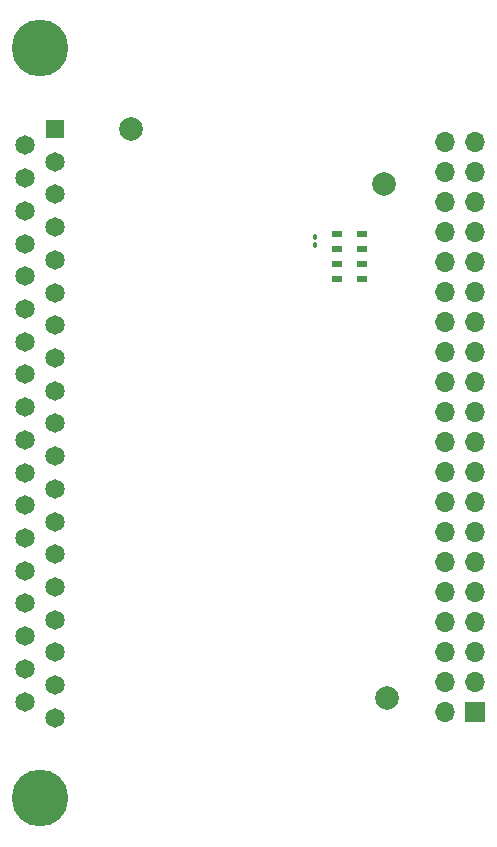
<source format=gts>
%TF.GenerationSoftware,KiCad,Pcbnew,(6.0.1)*%
%TF.CreationDate,2022-04-29T11:18:45-05:00*%
%TF.ProjectId,Payload_Altimeter,5061796c-6f61-4645-9f41-6c74696d6574,rev?*%
%TF.SameCoordinates,Original*%
%TF.FileFunction,Soldermask,Top*%
%TF.FilePolarity,Negative*%
%FSLAX46Y46*%
G04 Gerber Fmt 4.6, Leading zero omitted, Abs format (unit mm)*
G04 Created by KiCad (PCBNEW (6.0.1)) date 2022-04-29 11:18:45*
%MOMM*%
%LPD*%
G01*
G04 APERTURE LIST*
G04 Aperture macros list*
%AMRoundRect*
0 Rectangle with rounded corners*
0 $1 Rounding radius*
0 $2 $3 $4 $5 $6 $7 $8 $9 X,Y pos of 4 corners*
0 Add a 4 corners polygon primitive as box body*
4,1,4,$2,$3,$4,$5,$6,$7,$8,$9,$2,$3,0*
0 Add four circle primitives for the rounded corners*
1,1,$1+$1,$2,$3*
1,1,$1+$1,$4,$5*
1,1,$1+$1,$6,$7*
1,1,$1+$1,$8,$9*
0 Add four rect primitives between the rounded corners*
20,1,$1+$1,$2,$3,$4,$5,0*
20,1,$1+$1,$4,$5,$6,$7,0*
20,1,$1+$1,$6,$7,$8,$9,0*
20,1,$1+$1,$8,$9,$2,$3,0*%
G04 Aperture macros list end*
%ADD10C,2.000000*%
%ADD11R,1.650000X1.650000*%
%ADD12C,1.650000*%
%ADD13C,4.800000*%
%ADD14R,1.700000X1.700000*%
%ADD15O,1.700000X1.700000*%
%ADD16R,0.950000X0.550000*%
%ADD17RoundRect,0.100000X-0.100000X0.130000X-0.100000X-0.130000X0.100000X-0.130000X0.100000X0.130000X0*%
G04 APERTURE END LIST*
D10*
%TO.C,Pi_3v3*%
X120800000Y-76450000D03*
%TD*%
D11*
%TO.C,J1*%
X93000000Y-71800000D03*
D12*
X93000000Y-74570000D03*
X93000000Y-77340000D03*
X93000000Y-80110000D03*
X93000000Y-82880000D03*
X93000000Y-85650000D03*
X93000000Y-88420000D03*
X93000000Y-91190000D03*
X93000000Y-93960000D03*
X93000000Y-96730000D03*
X93000000Y-99500000D03*
X93000000Y-102270000D03*
X93000000Y-105040000D03*
X93000000Y-107810000D03*
X93000000Y-110580000D03*
X93000000Y-113350000D03*
X93000000Y-116120000D03*
X93000000Y-118890000D03*
X93000000Y-121660000D03*
X90460000Y-73185000D03*
X90460000Y-75955000D03*
X90460000Y-78725000D03*
X90460000Y-81495000D03*
X90460000Y-84265000D03*
X90460000Y-87035000D03*
X90460000Y-89805000D03*
X90460000Y-92575000D03*
X90460000Y-95345000D03*
X90460000Y-98115000D03*
X90460000Y-100885000D03*
X90460000Y-103655000D03*
X90460000Y-106425000D03*
X90460000Y-109195000D03*
X90460000Y-111965000D03*
X90460000Y-114735000D03*
X90460000Y-117505000D03*
X90460000Y-120275000D03*
D13*
X91730000Y-64980000D03*
X91730000Y-128480000D03*
%TD*%
D14*
%TO.C,J2*%
X128575000Y-121125000D03*
D15*
X126035000Y-121125000D03*
X128575000Y-118585000D03*
X126035000Y-118585000D03*
X128575000Y-116045000D03*
X126035000Y-116045000D03*
X128575000Y-113505000D03*
X126035000Y-113505000D03*
X128575000Y-110965000D03*
X126035000Y-110965000D03*
X128575000Y-108425000D03*
X126035000Y-108425000D03*
X128575000Y-105885000D03*
X126035000Y-105885000D03*
X128575000Y-103345000D03*
X126035000Y-103345000D03*
X128575000Y-100805000D03*
X126035000Y-100805000D03*
X128575000Y-98265000D03*
X126035000Y-98265000D03*
X128575000Y-95725000D03*
X126035000Y-95725000D03*
X128575000Y-93185000D03*
X126035000Y-93185000D03*
X128575000Y-90645000D03*
X126035000Y-90645000D03*
X128575000Y-88105000D03*
X126035000Y-88105000D03*
X128575000Y-85565000D03*
X126035000Y-85565000D03*
X128575000Y-83025000D03*
X126035000Y-83025000D03*
X128575000Y-80485000D03*
X126035000Y-80485000D03*
X128575000Y-77945000D03*
X126035000Y-77945000D03*
X128575000Y-75405000D03*
X126035000Y-75405000D03*
X128575000Y-72865000D03*
X126035000Y-72865000D03*
%TD*%
D16*
%TO.C,U7*%
X116825000Y-80725000D03*
X116825000Y-81975000D03*
X116825000Y-83225000D03*
X116825000Y-84475000D03*
X118975000Y-84475000D03*
X118975000Y-83225000D03*
X118975000Y-81975000D03*
X118975000Y-80725000D03*
%TD*%
D17*
%TO.C,C12*%
X115000000Y-80980000D03*
X115000000Y-81620000D03*
%TD*%
D10*
%TO.C,GND*%
X99400000Y-71800000D03*
%TD*%
%TO.C,5V*%
X121125000Y-119950000D03*
%TD*%
M02*

</source>
